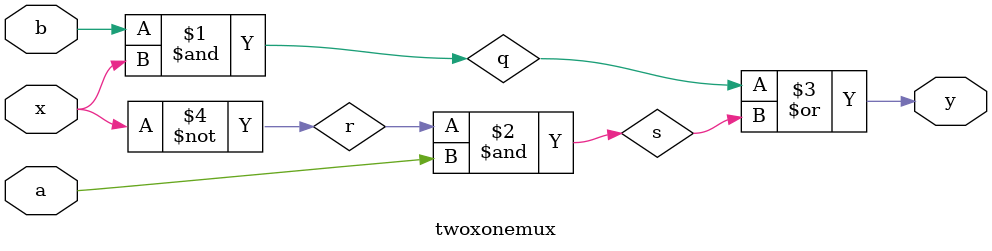
<source format=v>
module twoxonemux(a,b,x,y);

input a,b,x;    
wire q,r,s;
output y;

and(q,b,x);
not(r,x);
and(s,r,a);
or(y,q,s);

endmodule

</source>
